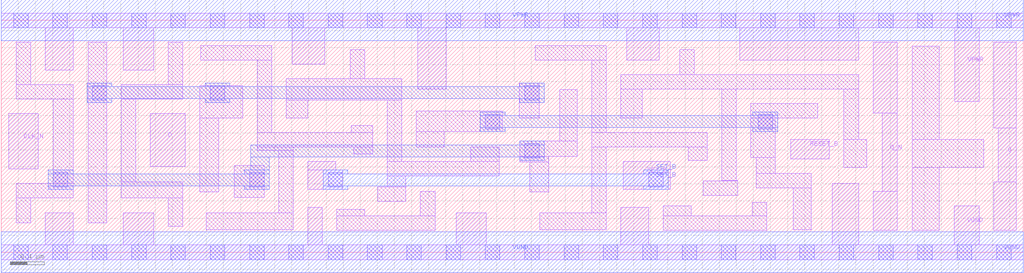
<source format=lef>
# Copyright 2020 The SkyWater PDK Authors
#
# Licensed under the Apache License, Version 2.0 (the "License");
# you may not use this file except in compliance with the License.
# You may obtain a copy of the License at
#
#     https://www.apache.org/licenses/LICENSE-2.0
#
# Unless required by applicable law or agreed to in writing, software
# distributed under the License is distributed on an "AS IS" BASIS,
# WITHOUT WARRANTIES OR CONDITIONS OF ANY KIND, either express or implied.
# See the License for the specific language governing permissions and
# limitations under the License.
#
# SPDX-License-Identifier: Apache-2.0

VERSION 5.7 ;
  NAMESCASESENSITIVE ON ;
  NOWIREEXTENSIONATPIN ON ;
  DIVIDERCHAR "/" ;
  BUSBITCHARS "[]" ;
UNITS
  DATABASE MICRONS 200 ;
END UNITS
MACRO sky130_fd_sc_hd__dfbbn_1
  CLASS CORE ;
  SOURCE USER ;
  FOREIGN sky130_fd_sc_hd__dfbbn_1 ;
  ORIGIN  0.000000  0.000000 ;
  SIZE  11.96000 BY  2.720000 ;
  SYMMETRY X Y R90 ;
  SITE unithd ;
  PIN D
    ANTENNAGATEAREA  0.126000 ;
    DIRECTION INPUT ;
    USE SIGNAL ;
    PORT
      LAYER li1 ;
        RECT 1.745000 1.005000 2.155000 1.625000 ;
    END
  END D
  PIN Q
    ANTENNADIFFAREA  0.429000 ;
    DIRECTION OUTPUT ;
    USE SIGNAL ;
    PORT
      LAYER li1 ;
        RECT 11.615000 0.255000 11.875000 0.825000 ;
        RECT 11.615000 1.455000 11.875000 2.465000 ;
        RECT 11.665000 0.825000 11.875000 1.455000 ;
    END
  END Q
  PIN Q_N
    ANTENNADIFFAREA  0.429000 ;
    DIRECTION OUTPUT ;
    USE SIGNAL ;
    PORT
      LAYER li1 ;
        RECT 10.200000 0.255000 10.485000 0.715000 ;
        RECT 10.200000 1.630000 10.485000 2.465000 ;
        RECT 10.305000 0.715000 10.485000 1.630000 ;
    END
  END Q_N
  PIN RESET_B
    ANTENNAGATEAREA  0.159000 ;
    DIRECTION INPUT ;
    USE SIGNAL ;
    PORT
      LAYER li1 ;
        RECT 9.235000 1.095000 9.690000 1.325000 ;
    END
  END RESET_B
  PIN SET_B
    ANTENNAGATEAREA  0.252000 ;
    DIRECTION INPUT ;
    USE SIGNAL ;
    PORT
      LAYER li1 ;
        RECT 3.585000 0.735000 3.995000 0.965000 ;
        RECT 3.585000 0.965000 3.915000 1.065000 ;
        RECT 7.280000 0.735000 7.825000 1.065000 ;
      LAYER mcon ;
        RECT 3.825000 0.765000 3.995000 0.935000 ;
        RECT 7.575000 0.765000 7.745000 0.935000 ;
      LAYER met1 ;
        RECT 3.765000 0.735000 4.055000 0.780000 ;
        RECT 3.765000 0.780000 7.805000 0.920000 ;
        RECT 3.765000 0.920000 4.055000 0.965000 ;
        RECT 7.515000 0.735000 7.805000 0.780000 ;
        RECT 7.515000 0.920000 7.805000 0.965000 ;
    END
  END SET_B
  PIN CLK_N
    ANTENNAGATEAREA  0.159000 ;
    DIRECTION INPUT ;
    USE CLOCK ;
    PORT
      LAYER li1 ;
        RECT 0.085000 0.975000 0.435000 1.625000 ;
    END
  END CLK_N
  PIN VGND
    DIRECTION INOUT ;
    SHAPE ABUTMENT ;
    USE GROUND ;
    PORT
      LAYER li1 ;
        RECT  0.000000 -0.085000 11.960000 0.085000 ;
        RECT  0.515000  0.085000  0.845000 0.465000 ;
        RECT  1.430000  0.085000  1.785000 0.465000 ;
        RECT  3.585000  0.085000  3.755000 0.525000 ;
        RECT  5.325000  0.085000  5.675000 0.465000 ;
        RECT  7.250000  0.085000  7.575000 0.525000 ;
        RECT  9.725000  0.085000 10.030000 0.805000 ;
        RECT 11.150000  0.085000 11.445000 0.545000 ;
      LAYER mcon ;
        RECT  0.145000 -0.085000  0.315000 0.085000 ;
        RECT  0.605000 -0.085000  0.775000 0.085000 ;
        RECT  1.065000 -0.085000  1.235000 0.085000 ;
        RECT  1.525000 -0.085000  1.695000 0.085000 ;
        RECT  1.985000 -0.085000  2.155000 0.085000 ;
        RECT  2.445000 -0.085000  2.615000 0.085000 ;
        RECT  2.905000 -0.085000  3.075000 0.085000 ;
        RECT  3.365000 -0.085000  3.535000 0.085000 ;
        RECT  3.825000 -0.085000  3.995000 0.085000 ;
        RECT  4.285000 -0.085000  4.455000 0.085000 ;
        RECT  4.745000 -0.085000  4.915000 0.085000 ;
        RECT  5.205000 -0.085000  5.375000 0.085000 ;
        RECT  5.665000 -0.085000  5.835000 0.085000 ;
        RECT  6.125000 -0.085000  6.295000 0.085000 ;
        RECT  6.585000 -0.085000  6.755000 0.085000 ;
        RECT  7.045000 -0.085000  7.215000 0.085000 ;
        RECT  7.505000 -0.085000  7.675000 0.085000 ;
        RECT  7.965000 -0.085000  8.135000 0.085000 ;
        RECT  8.425000 -0.085000  8.595000 0.085000 ;
        RECT  8.885000 -0.085000  9.055000 0.085000 ;
        RECT  9.345000 -0.085000  9.515000 0.085000 ;
        RECT  9.805000 -0.085000  9.975000 0.085000 ;
        RECT 10.265000 -0.085000 10.435000 0.085000 ;
        RECT 10.725000 -0.085000 10.895000 0.085000 ;
        RECT 11.185000 -0.085000 11.355000 0.085000 ;
        RECT 11.645000 -0.085000 11.815000 0.085000 ;
      LAYER met1 ;
        RECT 0.000000 -0.240000 11.960000 0.240000 ;
    END
  END VGND
  PIN VPWR
    DIRECTION INOUT ;
    SHAPE ABUTMENT ;
    USE POWER ;
    PORT
      LAYER li1 ;
        RECT  0.000000 2.635000 11.960000 2.805000 ;
        RECT  0.515000 2.135000  0.845000 2.635000 ;
        RECT  1.430000 2.135000  1.785000 2.635000 ;
        RECT  3.405000 2.205000  3.785000 2.635000 ;
        RECT  4.875000 1.915000  5.205000 2.635000 ;
        RECT  7.320000 2.255000  7.700000 2.635000 ;
        RECT  8.640000 2.255000 10.030000 2.635000 ;
        RECT 11.155000 1.765000 11.445000 2.635000 ;
      LAYER mcon ;
        RECT  0.145000 2.635000  0.315000 2.805000 ;
        RECT  0.605000 2.635000  0.775000 2.805000 ;
        RECT  1.065000 2.635000  1.235000 2.805000 ;
        RECT  1.525000 2.635000  1.695000 2.805000 ;
        RECT  1.985000 2.635000  2.155000 2.805000 ;
        RECT  2.445000 2.635000  2.615000 2.805000 ;
        RECT  2.905000 2.635000  3.075000 2.805000 ;
        RECT  3.365000 2.635000  3.535000 2.805000 ;
        RECT  3.825000 2.635000  3.995000 2.805000 ;
        RECT  4.285000 2.635000  4.455000 2.805000 ;
        RECT  4.745000 2.635000  4.915000 2.805000 ;
        RECT  5.205000 2.635000  5.375000 2.805000 ;
        RECT  5.665000 2.635000  5.835000 2.805000 ;
        RECT  6.125000 2.635000  6.295000 2.805000 ;
        RECT  6.585000 2.635000  6.755000 2.805000 ;
        RECT  7.045000 2.635000  7.215000 2.805000 ;
        RECT  7.505000 2.635000  7.675000 2.805000 ;
        RECT  7.965000 2.635000  8.135000 2.805000 ;
        RECT  8.425000 2.635000  8.595000 2.805000 ;
        RECT  8.885000 2.635000  9.055000 2.805000 ;
        RECT  9.345000 2.635000  9.515000 2.805000 ;
        RECT  9.805000 2.635000  9.975000 2.805000 ;
        RECT 10.265000 2.635000 10.435000 2.805000 ;
        RECT 10.725000 2.635000 10.895000 2.805000 ;
        RECT 11.185000 2.635000 11.355000 2.805000 ;
        RECT 11.645000 2.635000 11.815000 2.805000 ;
      LAYER met1 ;
        RECT 0.000000 2.480000 11.960000 2.960000 ;
    END
  END VPWR
  OBS
    LAYER li1 ;
      RECT  0.175000 0.345000  0.345000 0.635000 ;
      RECT  0.175000 0.635000  0.840000 0.805000 ;
      RECT  0.175000 1.795000  0.840000 1.965000 ;
      RECT  0.175000 1.965000  0.345000 2.465000 ;
      RECT  0.610000 0.805000  0.840000 1.795000 ;
      RECT  1.015000 0.345000  1.235000 2.465000 ;
      RECT  1.405000 0.635000  2.125000 0.825000 ;
      RECT  1.405000 0.825000  1.575000 1.795000 ;
      RECT  1.405000 1.795000  2.125000 1.965000 ;
      RECT  1.955000 0.305000  2.125000 0.635000 ;
      RECT  1.955000 1.965000  2.125000 2.465000 ;
      RECT  2.325000 0.705000  2.545000 1.575000 ;
      RECT  2.325000 1.575000  2.825000 1.955000 ;
      RECT  2.335000 2.250000  3.165000 2.420000 ;
      RECT  2.400000 0.265000  3.415000 0.465000 ;
      RECT  2.725000 0.645000  3.075000 1.015000 ;
      RECT  2.995000 1.195000  3.415000 1.235000 ;
      RECT  2.995000 1.235000  4.345000 1.405000 ;
      RECT  2.995000 1.405000  3.165000 2.250000 ;
      RECT  3.245000 0.465000  3.415000 1.195000 ;
      RECT  3.335000 1.575000  3.585000 1.785000 ;
      RECT  3.335000 1.785000  4.685000 2.035000 ;
      RECT  3.925000 0.255000  5.075000 0.425000 ;
      RECT  3.925000 0.425000  4.255000 0.505000 ;
      RECT  4.085000 2.035000  4.255000 2.375000 ;
      RECT  4.095000 1.405000  4.345000 1.485000 ;
      RECT  4.125000 1.155000  4.345000 1.235000 ;
      RECT  4.405000 0.595000  4.735000 0.765000 ;
      RECT  4.515000 0.765000  4.735000 0.895000 ;
      RECT  4.515000 0.895000  5.825000 1.065000 ;
      RECT  4.515000 1.065000  4.685000 1.785000 ;
      RECT  4.855000 1.235000  5.185000 1.415000 ;
      RECT  4.855000 1.415000  5.860000 1.655000 ;
      RECT  4.905000 0.425000  5.075000 0.715000 ;
      RECT  5.495000 1.065000  5.825000 1.235000 ;
      RECT  6.060000 1.575000  6.295000 1.985000 ;
      RECT  6.065000 1.060000  6.405000 1.125000 ;
      RECT  6.065000 1.125000  6.740000 1.305000 ;
      RECT  6.185000 0.705000  6.405000 1.060000 ;
      RECT  6.250000 2.250000  7.080000 2.420000 ;
      RECT  6.300000 0.265000  7.080000 0.465000 ;
      RECT  6.535000 1.305000  6.740000 1.905000 ;
      RECT  6.910000 0.465000  7.080000 1.235000 ;
      RECT  6.910000 1.235000  8.260000 1.405000 ;
      RECT  6.910000 1.405000  7.080000 2.250000 ;
      RECT  7.250000 1.575000  7.500000 1.915000 ;
      RECT  7.250000 1.915000 10.030000 2.085000 ;
      RECT  7.745000 0.255000  8.955000 0.425000 ;
      RECT  7.745000 0.425000  8.075000 0.545000 ;
      RECT  7.940000 2.085000  8.110000 2.375000 ;
      RECT  8.040000 1.075000  8.260000 1.235000 ;
      RECT  8.215000 0.665000  8.615000 0.835000 ;
      RECT  8.430000 0.835000  8.615000 0.840000 ;
      RECT  8.430000 0.840000  8.600000 1.915000 ;
      RECT  8.770000 1.110000  9.055000 1.575000 ;
      RECT  8.770000 1.575000  9.555000 1.745000 ;
      RECT  8.785000 0.425000  8.955000 0.585000 ;
      RECT  8.835000 0.755000  9.475000 0.925000 ;
      RECT  8.835000 0.925000  9.055000 1.110000 ;
      RECT  9.265000 0.265000  9.475000 0.755000 ;
      RECT  9.860000 0.995000 10.125000 1.325000 ;
      RECT  9.860000 1.325000 10.030000 1.915000 ;
      RECT 10.660000 0.255000 10.975000 0.995000 ;
      RECT 10.660000 0.995000 11.495000 1.325000 ;
      RECT 10.660000 1.325000 10.975000 2.415000 ;
    LAYER mcon ;
      RECT 0.610000 0.765000 0.780000 0.935000 ;
      RECT 1.065000 1.785000 1.235000 1.955000 ;
      RECT 2.445000 1.785000 2.615000 1.955000 ;
      RECT 2.905000 0.765000 3.075000 0.935000 ;
      RECT 5.665000 1.445000 5.835000 1.615000 ;
      RECT 6.125000 1.105000 6.295000 1.275000 ;
      RECT 6.125000 1.785000 6.295000 1.955000 ;
      RECT 8.855000 1.445000 9.025000 1.615000 ;
    LAYER met1 ;
      RECT 0.550000 0.735000 0.840000 0.780000 ;
      RECT 0.550000 0.780000 3.135000 0.920000 ;
      RECT 0.550000 0.920000 0.840000 0.965000 ;
      RECT 1.005000 1.755000 1.295000 1.800000 ;
      RECT 1.005000 1.800000 6.355000 1.940000 ;
      RECT 1.005000 1.940000 1.295000 1.985000 ;
      RECT 2.385000 1.755000 2.675000 1.800000 ;
      RECT 2.385000 1.940000 2.675000 1.985000 ;
      RECT 2.845000 0.735000 3.135000 0.780000 ;
      RECT 2.845000 0.920000 3.135000 0.965000 ;
      RECT 2.920000 0.965000 3.135000 1.120000 ;
      RECT 2.920000 1.120000 6.355000 1.260000 ;
      RECT 5.605000 1.415000 5.895000 1.460000 ;
      RECT 5.605000 1.460000 9.085000 1.600000 ;
      RECT 5.605000 1.600000 5.895000 1.645000 ;
      RECT 6.065000 1.075000 6.355000 1.120000 ;
      RECT 6.065000 1.260000 6.355000 1.305000 ;
      RECT 6.065000 1.755000 6.355000 1.800000 ;
      RECT 6.065000 1.940000 6.355000 1.985000 ;
      RECT 8.795000 1.415000 9.085000 1.460000 ;
      RECT 8.795000 1.600000 9.085000 1.645000 ;
  END
END sky130_fd_sc_hd__dfbbn_1

</source>
